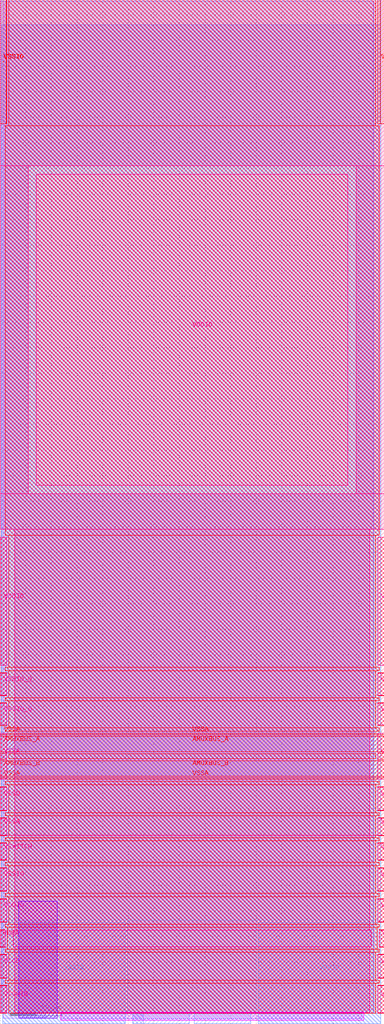
<source format=lef>
VERSION 5.7 ;
  NOWIREEXTENSIONATPIN ON ;
  DIVIDERCHAR "/" ;
  BUSBITCHARS "[]" ;
MACRO sky130_ef_io__vddio_hvc_clamped_pad
  CLASS PAD POWER ;
  FOREIGN sky130_ef_io__vddio_hvc_clamped_pad ;
  ORIGIN 0.000 0.000 ;
  SIZE 75.000 BY 197.965 ;
  PIN AMUXBUS_A
    DIRECTION INOUT ;
    USE SIGNAL ;
    PORT
      LAYER met4 ;
        RECT 0.000 51.090 75.000 54.070 ;
    END
    PORT
      LAYER met4 ;
        RECT 0.000 51.090 1.270 54.070 ;
    END
  END AMUXBUS_A
  PIN AMUXBUS_B
    DIRECTION INOUT ;
    USE SIGNAL ;
    PORT
      LAYER met4 ;
        RECT 0.000 46.330 75.000 49.310 ;
    END
    PORT
      LAYER met4 ;
        RECT 0.000 46.330 1.270 49.310 ;
    END
  END AMUXBUS_B
  PIN VSSA
    DIRECTION INOUT ;
    USE GROUND ;
    PORT
      LAYER met5 ;
        RECT 73.730 45.700 75.000 54.700 ;
    END
    PORT
      LAYER met5 ;
        RECT 73.730 34.805 75.000 38.050 ;
    END
    PORT
      LAYER met5 ;
        RECT 0.000 45.700 1.270 54.700 ;
    END
    PORT
      LAYER met5 ;
        RECT 0.000 34.805 1.270 38.050 ;
    END
    PORT
      LAYER met4 ;
        RECT 73.730 49.610 75.000 50.790 ;
    END
    PORT
      LAYER met4 ;
        RECT 0.000 54.370 75.000 54.700 ;
    END
    PORT
      LAYER met4 ;
        RECT 0.000 45.700 75.000 46.030 ;
    END
    PORT
      LAYER met4 ;
        RECT 73.730 34.700 75.000 38.150 ;
    END
    PORT
      LAYER met4 ;
        RECT 0.000 45.700 1.270 46.030 ;
    END
    PORT
      LAYER met4 ;
        RECT 0.000 49.610 1.270 50.790 ;
    END
    PORT
      LAYER met4 ;
        RECT 0.000 54.370 1.270 54.700 ;
    END
    PORT
      LAYER met4 ;
        RECT 0.000 34.700 1.270 38.150 ;
    END
  END VSSA
  PIN VDDA
    DIRECTION INOUT ;
    USE POWER ;
    PORT
      LAYER met5 ;
        RECT 74.035 13.000 75.000 16.250 ;
    END
    PORT
      LAYER met5 ;
        RECT 0.000 13.000 0.965 16.250 ;
    END
    PORT
      LAYER met4 ;
        RECT 74.035 12.900 75.000 16.350 ;
    END
    PORT
      LAYER met4 ;
        RECT 0.000 12.900 0.965 16.350 ;
    END
  END VDDA
  PIN VSWITCH
    DIRECTION INOUT ;
    USE POWER ;
    PORT
      LAYER met5 ;
        RECT 73.730 29.950 75.000 33.200 ;
    END
    PORT
      LAYER met5 ;
        RECT 0.000 29.950 1.270 33.200 ;
    END
    PORT
      LAYER met4 ;
        RECT 73.730 29.850 75.000 33.300 ;
    END
    PORT
      LAYER met4 ;
        RECT 0.000 29.850 1.270 33.300 ;
    END
  END VSWITCH
  PIN VDDIO_Q
    DIRECTION INOUT ;
    USE POWER ;
    PORT
      LAYER met5 ;
        RECT 73.730 62.150 75.000 66.400 ;
    END
    PORT
      LAYER met5 ;
        RECT 0.000 62.150 1.270 66.400 ;
    END
    PORT
      LAYER met4 ;
        RECT 73.730 62.050 75.000 66.500 ;
    END
    PORT
      LAYER met4 ;
        RECT 0.000 62.050 1.270 66.500 ;
    END
  END VDDIO_Q
  PIN VCCHIB
    DIRECTION INOUT ;
    USE POWER ;
    PORT
      LAYER met5 ;
        RECT 73.730 0.100 75.000 5.350 ;
    END
    PORT
      LAYER met5 ;
        RECT 0.000 0.100 1.270 5.350 ;
    END
    PORT
      LAYER met4 ;
        RECT 73.730 0.000 75.000 5.450 ;
    END
    PORT
      LAYER met4 ;
        RECT 0.000 0.000 1.270 5.450 ;
    END
  END VCCHIB
  PIN VDDIO
    DIRECTION INOUT ;
    USE POWER ;
    PORT
      LAYER met5 ;
        RECT 7.050 103.085 67.890 163.910 ;
    END
    PORT
      LAYER met3 ;
        RECT 50.390 -2.035 74.290 17.765 ;
    END
    PORT
      LAYER met3 ;
        RECT 0.495 -2.035 24.395 17.765 ;
    END
    PORT
      LAYER met5 ;
        RECT 73.730 68.000 75.000 92.950 ;
    END
    PORT
      LAYER met5 ;
        RECT 73.730 17.850 75.000 22.300 ;
    END
    PORT
      LAYER met5 ;
        RECT 0.000 68.000 1.270 92.950 ;
    END
    PORT
      LAYER met5 ;
        RECT 0.000 17.850 1.270 22.300 ;
    END
    PORT
      LAYER met4 ;
        RECT 73.730 17.750 75.000 22.400 ;
    END
    PORT
      LAYER met4 ;
        RECT 73.730 68.000 75.000 92.965 ;
    END
    PORT
      LAYER met4 ;
        RECT 0.000 17.750 1.270 22.400 ;
    END
    PORT
      LAYER met4 ;
        RECT 0.000 68.000 1.270 92.965 ;
    END
  END VDDIO
  PIN VCCD
    DIRECTION INOUT ;
    USE POWER ;
    PORT
      LAYER met5 ;
        RECT 73.730 6.950 75.000 11.400 ;
    END
    PORT
      LAYER met5 ;
        RECT 0.000 6.950 1.270 11.400 ;
    END
    PORT
      LAYER met4 ;
        RECT 73.730 6.850 75.000 11.500 ;
    END
    PORT
      LAYER met4 ;
        RECT 0.000 6.850 1.270 11.500 ;
    END
  END VCCD
  PIN VSSIO
    DIRECTION INOUT ;
    USE GROUND ;
    PORT
      LAYER met4 ;
        RECT 0.000 173.750 1.205 197.965 ;
    END
    PORT
      LAYER met4 ;
        RECT 74.225 173.750 75.000 197.965 ;
    END
    PORT
      LAYER met5 ;
        RECT 73.730 23.900 75.000 28.350 ;
    END
    PORT
      LAYER met5 ;
        RECT 0.000 23.900 1.270 28.350 ;
    END
    PORT
      LAYER met4 ;
        RECT 73.730 23.800 75.000 28.450 ;
    END
    PORT
      LAYER met4 ;
        RECT 73.730 173.750 75.000 197.965 ;
    END
    PORT
      LAYER met4 ;
        RECT 0.000 173.750 1.270 197.965 ;
    END
    PORT
      LAYER met4 ;
        RECT 0.000 23.800 1.270 28.450 ;
    END
  END VSSIO
  PIN VSSD
    DIRECTION INOUT ;
    USE GROUND ;
    PORT
      LAYER met5 ;
        RECT 73.730 39.650 75.000 44.100 ;
    END
    PORT
      LAYER met5 ;
        RECT 0.000 39.650 1.270 44.100 ;
    END
    PORT
      LAYER met4 ;
        RECT 73.730 39.550 75.000 44.200 ;
    END
    PORT
      LAYER met4 ;
        RECT 0.000 39.550 1.270 44.200 ;
    END
  END VSSD
  PIN VSSIO_Q
    DIRECTION INOUT ;
    USE GROUND ;
    PORT
      LAYER met5 ;
        RECT 73.730 56.300 75.000 60.550 ;
    END
    PORT
      LAYER met5 ;
        RECT 0.000 56.300 1.270 60.550 ;
    END
    PORT
      LAYER met4 ;
        RECT 73.730 56.200 75.000 60.650 ;
    END
    PORT
      LAYER met4 ;
        RECT 0.000 56.200 1.270 60.650 ;
    END
  END VSSIO_Q
  OBS
      LAYER pwell ;
        RECT 3.625 -0.970 11.155 21.885 ;
      LAYER nwell ;
        RECT 11.860 -1.350 70.965 0.170 ;
      LAYER li1 ;
        RECT 0.610 0.000 72.855 197.660 ;
        RECT 0.610 -0.970 11.155 0.000 ;
        RECT 12.035 -0.115 13.045 0.000 ;
        RECT 69.730 -0.115 70.680 0.000 ;
        RECT 12.035 -1.065 70.680 -0.115 ;
      LAYER met1 ;
        RECT 0.185 0.000 72.915 197.690 ;
        RECT 3.625 -0.905 8.855 0.000 ;
        RECT 12.035 -0.115 13.350 0.000 ;
        POLYGON 13.350 0.000 13.465 -0.115 13.350 -0.115 ;
        POLYGON 69.540 0.000 69.540 -0.115 69.425 -0.115 ;
        RECT 69.540 -0.115 70.680 0.000 ;
        RECT 12.035 -1.065 70.680 -0.115 ;
      LAYER met2 ;
        RECT 0.265 0.000 74.290 193.040 ;
        RECT 0.495 -2.035 24.395 0.000 ;
        RECT 25.895 -2.035 27.895 -0.115 ;
        RECT 50.390 -2.035 74.290 0.000 ;
      LAYER met3 ;
        RECT 0.240 18.165 74.290 197.965 ;
        RECT 24.795 0.000 49.990 18.165 ;
        RECT 25.895 -2.035 36.895 0.000 ;
        RECT 37.890 -2.035 48.890 0.000 ;
      LAYER met4 ;
        RECT 1.670 173.350 73.330 197.965 ;
        RECT 0.965 93.365 74.035 173.350 ;
        RECT 1.670 67.600 73.330 93.365 ;
        RECT 0.965 66.900 74.035 67.600 ;
        RECT 1.670 61.650 73.330 66.900 ;
        RECT 0.965 61.050 74.035 61.650 ;
        RECT 1.670 55.800 73.330 61.050 ;
        RECT 0.965 55.100 74.035 55.800 ;
        RECT 1.670 49.710 73.330 50.690 ;
        RECT 0.965 44.600 74.035 45.300 ;
        RECT 1.670 39.150 73.330 44.600 ;
        RECT 0.965 38.550 74.035 39.150 ;
        RECT 1.670 34.300 73.330 38.550 ;
        RECT 0.965 33.700 74.035 34.300 ;
        RECT 1.670 29.450 73.330 33.700 ;
        RECT 0.965 28.850 74.035 29.450 ;
        RECT 1.670 23.400 73.330 28.850 ;
        RECT 0.965 22.800 74.035 23.400 ;
        RECT 1.670 17.350 73.330 22.800 ;
        RECT 0.965 16.750 74.035 17.350 ;
        RECT 1.365 12.500 73.635 16.750 ;
        RECT 0.965 11.900 74.035 12.500 ;
        RECT 1.670 6.450 73.330 11.900 ;
        RECT 0.965 5.850 74.035 6.450 ;
        RECT 1.670 0.000 73.330 5.850 ;
      LAYER met5 ;
        RECT 0.000 165.510 75.000 197.965 ;
        RECT 0.000 101.485 5.450 165.510 ;
        RECT 69.490 101.485 75.000 165.510 ;
        RECT 0.000 94.550 75.000 101.485 ;
        RECT 2.870 34.805 72.130 94.550 ;
        RECT 0.000 34.800 75.000 34.805 ;
        RECT 2.870 16.250 72.130 34.800 ;
        RECT 2.565 13.000 72.435 16.250 ;
        RECT 2.870 0.100 72.130 13.000 ;
  END
END sky130_ef_io__vddio_hvc_clamped_pad
END LIBRARY


</source>
